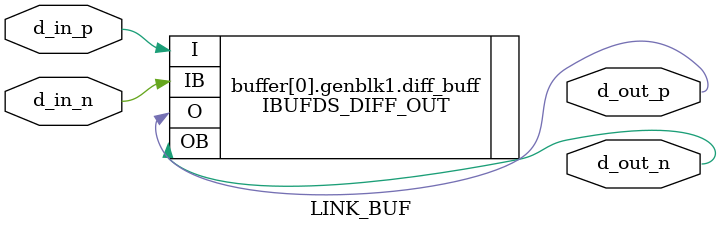
<source format=v>
`timescale 1ns / 1ps


module LINK_BUF #(
        parameter NLINK = 1,
        parameter [NLINK-1:0] INVERT = 0
    )(
        input wire [NLINK-1:0] d_in_p,
        input wire [NLINK-1:0] d_in_n,
        output wire [NLINK-1:0] d_out_p,
        output wire [NLINK-1:0] d_out_n
    );
    
    generate
        genvar i;
        for(i = 0; i < NLINK; i = i + 1)
        begin : buffer
            if(INVERT[i] == 0) IBUFDS_DIFF_OUT diff_buff(.I(d_in_p[i]), .IB(d_in_n[i]), .O(d_out_p[i]), .OB(d_out_n[i]));
            else               IBUFDS_DIFF_OUT diff_buff(.I(d_in_p[i]), .IB(d_in_n[i]), .O(d_out_n[i]), .OB(d_out_p[i]));
        end
    endgenerate
    
endmodule

</source>
